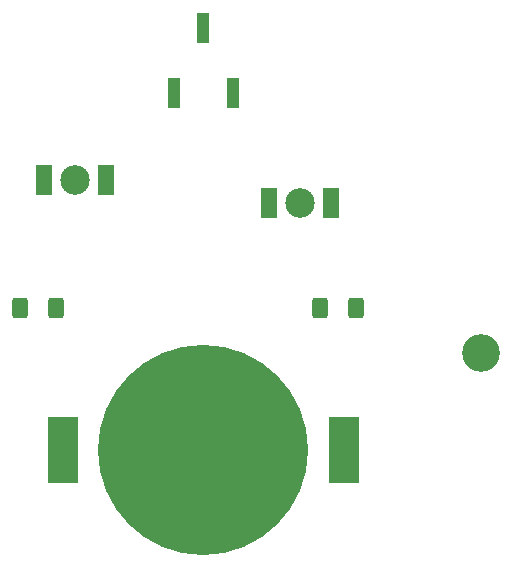
<source format=gbs>
%TF.GenerationSoftware,KiCad,Pcbnew,(6.0.7)*%
%TF.CreationDate,2022-11-12T15:58:39-06:00*%
%TF.ProjectId,chrimbus2022,63687269-6d62-4757-9332-3032322e6b69,rev?*%
%TF.SameCoordinates,Original*%
%TF.FileFunction,Soldermask,Bot*%
%TF.FilePolarity,Negative*%
%FSLAX46Y46*%
G04 Gerber Fmt 4.6, Leading zero omitted, Abs format (unit mm)*
G04 Created by KiCad (PCBNEW (6.0.7)) date 2022-11-12 15:58:39*
%MOMM*%
%LPD*%
G01*
G04 APERTURE LIST*
G04 Aperture macros list*
%AMRoundRect*
0 Rectangle with rounded corners*
0 $1 Rounding radius*
0 $2 $3 $4 $5 $6 $7 $8 $9 X,Y pos of 4 corners*
0 Add a 4 corners polygon primitive as box body*
4,1,4,$2,$3,$4,$5,$6,$7,$8,$9,$2,$3,0*
0 Add four circle primitives for the rounded corners*
1,1,$1+$1,$2,$3*
1,1,$1+$1,$4,$5*
1,1,$1+$1,$6,$7*
1,1,$1+$1,$8,$9*
0 Add four rect primitives between the rounded corners*
20,1,$1+$1,$2,$3,$4,$5,0*
20,1,$1+$1,$4,$5,$6,$7,0*
20,1,$1+$1,$6,$7,$8,$9,0*
20,1,$1+$1,$8,$9,$2,$3,0*%
G04 Aperture macros list end*
%ADD10C,3.200000*%
%ADD11R,1.000000X2.500000*%
%ADD12RoundRect,0.250000X0.400000X0.625000X-0.400000X0.625000X-0.400000X-0.625000X0.400000X-0.625000X0*%
%ADD13C,2.500000*%
%ADD14R,1.400000X2.600000*%
%ADD15C,17.800000*%
%ADD16R,2.600000X5.560000*%
G04 APERTURE END LIST*
D10*
%TO.C,H1*%
X162560000Y-116840000D03*
%TD*%
D11*
%TO.C,SW1*%
X136565000Y-94825000D03*
X139065000Y-89325000D03*
X141565000Y-94825000D03*
%TD*%
D12*
%TO.C,R2*%
X152045000Y-113030000D03*
X148945000Y-113030000D03*
%TD*%
%TO.C,R1*%
X126645000Y-113030000D03*
X123545000Y-113030000D03*
%TD*%
D13*
%TO.C,D2*%
X147260000Y-104140000D03*
D14*
X144660000Y-104140000D03*
X149860000Y-104140000D03*
%TD*%
D13*
%TO.C,D1*%
X128210000Y-102235000D03*
D14*
X125610000Y-102235000D03*
X130810000Y-102235000D03*
%TD*%
D15*
%TO.C,BT1*%
X139065000Y-125095000D03*
D16*
X150970000Y-125095000D03*
X127160000Y-125095000D03*
%TD*%
M02*

</source>
